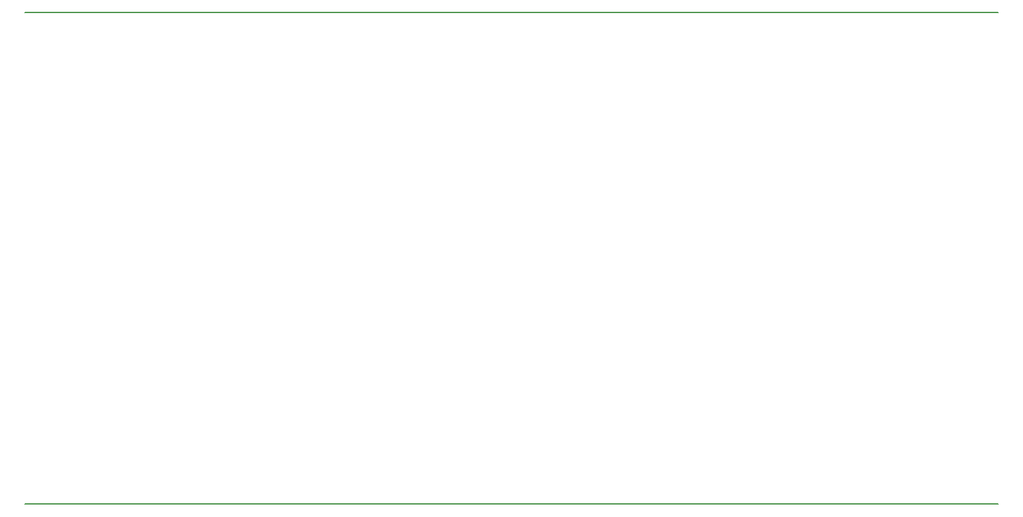
<source format=gbo>
G04*
G04 #@! TF.GenerationSoftware,Altium Limited,Altium Designer,21.9.1 (22)*
G04*
G04 Layer_Color=32896*
%FSLAX25Y25*%
%MOIN*%
G70*
G04*
G04 #@! TF.SameCoordinates,F3426815-9E30-4310-B1EE-DB99E30BDFF3*
G04*
G04*
G04 #@! TF.FilePolarity,Positive*
G04*
G01*
G75*
%ADD12C,0.00500*%
D12*
X105000Y110000D02*
X600000D01*
X105000Y360000D02*
X600000D01*
M02*

</source>
